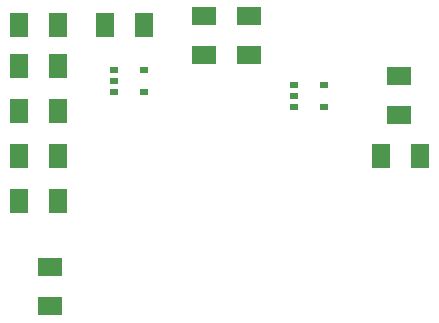
<source format=gtp>
%FSLAX34Y34*%
G04 Gerber Fmt 3.4, Leading zero omitted, Abs format*
G04 (created by PCBNEW (2014-jan-25)-product) date Wed 30 Apr 2014 07:54:19 PM MDT*
%MOIN*%
G01*
G70*
G90*
G04 APERTURE LIST*
%ADD10C,0.003937*%
%ADD11R,0.030000X0.020000*%
%ADD12R,0.080000X0.060000*%
%ADD13R,0.060000X0.080000*%
G04 APERTURE END LIST*
G54D10*
G54D11*
X52500Y-30625D03*
X52500Y-31375D03*
X53500Y-30625D03*
X52500Y-31000D03*
X53500Y-31375D03*
X58499Y-31125D03*
X58499Y-31875D03*
X59499Y-31125D03*
X58499Y-31500D03*
X59499Y-31875D03*
G54D12*
X55500Y-30150D03*
X55500Y-28850D03*
X57000Y-30150D03*
X57000Y-28850D03*
G54D13*
X61400Y-33500D03*
X62700Y-33500D03*
X50650Y-35000D03*
X49350Y-35000D03*
X50650Y-32000D03*
X49350Y-32000D03*
X49350Y-33500D03*
X50650Y-33500D03*
G54D12*
X61999Y-30850D03*
X61999Y-32150D03*
G54D13*
X50650Y-30500D03*
X49350Y-30500D03*
X50650Y-29150D03*
X49350Y-29150D03*
X53500Y-29150D03*
X52200Y-29150D03*
G54D12*
X50380Y-38510D03*
X50380Y-37210D03*
M02*

</source>
